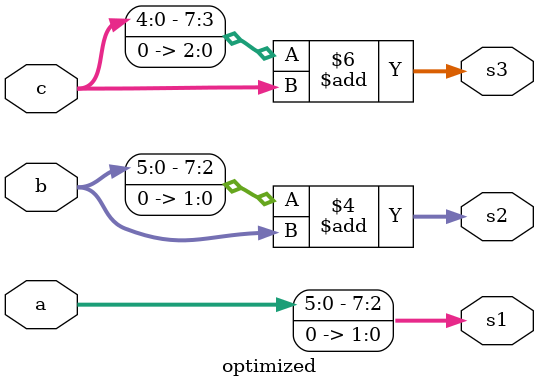
<source format=v>
module optimized
#(parameter   BW = 8)
(
   input [BW-1:0] a,
   input [BW-1:0] b,
   input [BW-1:0] c,
   output reg [BW-1:0] s1,
   output reg [BW-1:0] s2,
   output reg [BW-1:0] s3
);

   always @ (a or b or c) begin
     s1 = a << 2;
     s2 = (b << 2) + b;
     s3 = (c << 3) + c;
   end
endmodule

</source>
